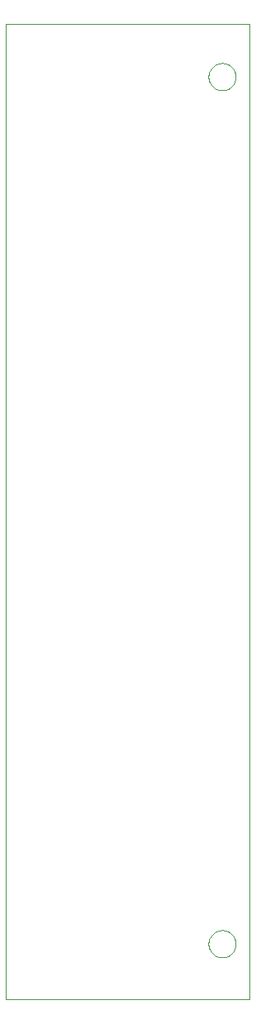
<source format=gtp>
G75*
%MOIN*%
%OFA0B0*%
%FSLAX24Y24*%
%IPPOS*%
%LPD*%
%AMOC8*
5,1,8,0,0,1.08239X$1,22.5*
%
%ADD10C,0.0000*%
D10*
X057015Y003890D02*
X057015Y043260D01*
X066882Y043260D01*
X066882Y003890D01*
X057015Y003890D01*
X065215Y006140D02*
X065217Y006187D01*
X065223Y006233D01*
X065233Y006279D01*
X065246Y006323D01*
X065264Y006367D01*
X065285Y006408D01*
X065309Y006448D01*
X065337Y006486D01*
X065368Y006521D01*
X065402Y006553D01*
X065438Y006582D01*
X065477Y006608D01*
X065517Y006631D01*
X065560Y006650D01*
X065604Y006666D01*
X065649Y006678D01*
X065695Y006686D01*
X065742Y006690D01*
X065788Y006690D01*
X065835Y006686D01*
X065881Y006678D01*
X065926Y006666D01*
X065970Y006650D01*
X066013Y006631D01*
X066053Y006608D01*
X066092Y006582D01*
X066128Y006553D01*
X066162Y006521D01*
X066193Y006486D01*
X066221Y006448D01*
X066245Y006408D01*
X066266Y006367D01*
X066284Y006323D01*
X066297Y006279D01*
X066307Y006233D01*
X066313Y006187D01*
X066315Y006140D01*
X066313Y006093D01*
X066307Y006047D01*
X066297Y006001D01*
X066284Y005957D01*
X066266Y005913D01*
X066245Y005872D01*
X066221Y005832D01*
X066193Y005794D01*
X066162Y005759D01*
X066128Y005727D01*
X066092Y005698D01*
X066053Y005672D01*
X066013Y005649D01*
X065970Y005630D01*
X065926Y005614D01*
X065881Y005602D01*
X065835Y005594D01*
X065788Y005590D01*
X065742Y005590D01*
X065695Y005594D01*
X065649Y005602D01*
X065604Y005614D01*
X065560Y005630D01*
X065517Y005649D01*
X065477Y005672D01*
X065438Y005698D01*
X065402Y005727D01*
X065368Y005759D01*
X065337Y005794D01*
X065309Y005832D01*
X065285Y005872D01*
X065264Y005913D01*
X065246Y005957D01*
X065233Y006001D01*
X065223Y006047D01*
X065217Y006093D01*
X065215Y006140D01*
X065215Y041140D02*
X065217Y041187D01*
X065223Y041233D01*
X065233Y041279D01*
X065246Y041323D01*
X065264Y041367D01*
X065285Y041408D01*
X065309Y041448D01*
X065337Y041486D01*
X065368Y041521D01*
X065402Y041553D01*
X065438Y041582D01*
X065477Y041608D01*
X065517Y041631D01*
X065560Y041650D01*
X065604Y041666D01*
X065649Y041678D01*
X065695Y041686D01*
X065742Y041690D01*
X065788Y041690D01*
X065835Y041686D01*
X065881Y041678D01*
X065926Y041666D01*
X065970Y041650D01*
X066013Y041631D01*
X066053Y041608D01*
X066092Y041582D01*
X066128Y041553D01*
X066162Y041521D01*
X066193Y041486D01*
X066221Y041448D01*
X066245Y041408D01*
X066266Y041367D01*
X066284Y041323D01*
X066297Y041279D01*
X066307Y041233D01*
X066313Y041187D01*
X066315Y041140D01*
X066313Y041093D01*
X066307Y041047D01*
X066297Y041001D01*
X066284Y040957D01*
X066266Y040913D01*
X066245Y040872D01*
X066221Y040832D01*
X066193Y040794D01*
X066162Y040759D01*
X066128Y040727D01*
X066092Y040698D01*
X066053Y040672D01*
X066013Y040649D01*
X065970Y040630D01*
X065926Y040614D01*
X065881Y040602D01*
X065835Y040594D01*
X065788Y040590D01*
X065742Y040590D01*
X065695Y040594D01*
X065649Y040602D01*
X065604Y040614D01*
X065560Y040630D01*
X065517Y040649D01*
X065477Y040672D01*
X065438Y040698D01*
X065402Y040727D01*
X065368Y040759D01*
X065337Y040794D01*
X065309Y040832D01*
X065285Y040872D01*
X065264Y040913D01*
X065246Y040957D01*
X065233Y041001D01*
X065223Y041047D01*
X065217Y041093D01*
X065215Y041140D01*
M02*

</source>
